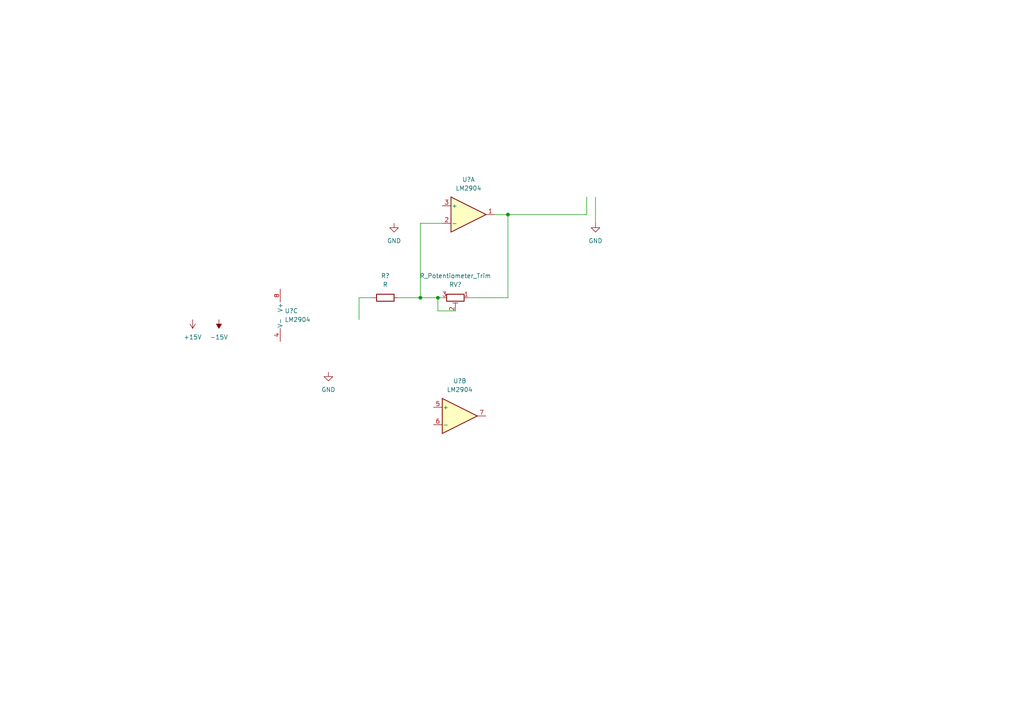
<source format=kicad_sch>
(kicad_sch (version 20211123) (generator eeschema)

  (uuid 9538e4ed-27e6-4c37-b989-9859dc0d49e8)

  (paper "A4")

  (lib_symbols
    (symbol "Amplifier_Operational:LM2904" (pin_names (offset 0.127)) (in_bom yes) (on_board yes)
      (property "Reference" "U" (id 0) (at 0 5.08 0)
        (effects (font (size 1.27 1.27)) (justify left))
      )
      (property "Value" "LM2904" (id 1) (at 0 -5.08 0)
        (effects (font (size 1.27 1.27)) (justify left))
      )
      (property "Footprint" "" (id 2) (at 0 0 0)
        (effects (font (size 1.27 1.27)) hide)
      )
      (property "Datasheet" "http://www.ti.com/lit/ds/symlink/lm358.pdf" (id 3) (at 0 0 0)
        (effects (font (size 1.27 1.27)) hide)
      )
      (property "ki_locked" "" (id 4) (at 0 0 0)
        (effects (font (size 1.27 1.27)))
      )
      (property "ki_keywords" "dual opamp" (id 5) (at 0 0 0)
        (effects (font (size 1.27 1.27)) hide)
      )
      (property "ki_description" "Dual Operational Amplifiers, DIP-8/SOIC-8/TSSOP-8/VSSOP-8" (id 6) (at 0 0 0)
        (effects (font (size 1.27 1.27)) hide)
      )
      (property "ki_fp_filters" "SOIC*3.9x4.9mm*P1.27mm* DIP*W7.62mm* TO*99* OnSemi*Micro8* TSSOP*3x3mm*P0.65mm* TSSOP*4.4x3mm*P0.65mm* MSOP*3x3mm*P0.65mm* SSOP*3.9x4.9mm*P0.635mm* LFCSP*2x2mm*P0.5mm* *SIP* SOIC*5.3x6.2mm*P1.27mm*" (id 7) (at 0 0 0)
        (effects (font (size 1.27 1.27)) hide)
      )
      (symbol "LM2904_1_1"
        (polyline
          (pts
            (xy -5.08 5.08)
            (xy 5.08 0)
            (xy -5.08 -5.08)
            (xy -5.08 5.08)
          )
          (stroke (width 0.254) (type default) (color 0 0 0 0))
          (fill (type background))
        )
        (pin output line (at 7.62 0 180) (length 2.54)
          (name "~" (effects (font (size 1.27 1.27))))
          (number "1" (effects (font (size 1.27 1.27))))
        )
        (pin input line (at -7.62 -2.54 0) (length 2.54)
          (name "-" (effects (font (size 1.27 1.27))))
          (number "2" (effects (font (size 1.27 1.27))))
        )
        (pin input line (at -7.62 2.54 0) (length 2.54)
          (name "+" (effects (font (size 1.27 1.27))))
          (number "3" (effects (font (size 1.27 1.27))))
        )
      )
      (symbol "LM2904_2_1"
        (polyline
          (pts
            (xy -5.08 5.08)
            (xy 5.08 0)
            (xy -5.08 -5.08)
            (xy -5.08 5.08)
          )
          (stroke (width 0.254) (type default) (color 0 0 0 0))
          (fill (type background))
        )
        (pin input line (at -7.62 2.54 0) (length 2.54)
          (name "+" (effects (font (size 1.27 1.27))))
          (number "5" (effects (font (size 1.27 1.27))))
        )
        (pin input line (at -7.62 -2.54 0) (length 2.54)
          (name "-" (effects (font (size 1.27 1.27))))
          (number "6" (effects (font (size 1.27 1.27))))
        )
        (pin output line (at 7.62 0 180) (length 2.54)
          (name "~" (effects (font (size 1.27 1.27))))
          (number "7" (effects (font (size 1.27 1.27))))
        )
      )
      (symbol "LM2904_3_1"
        (pin power_in line (at -2.54 -7.62 90) (length 3.81)
          (name "V-" (effects (font (size 1.27 1.27))))
          (number "4" (effects (font (size 1.27 1.27))))
        )
        (pin power_in line (at -2.54 7.62 270) (length 3.81)
          (name "V+" (effects (font (size 1.27 1.27))))
          (number "8" (effects (font (size 1.27 1.27))))
        )
      )
    )
    (symbol "Device:R" (pin_numbers hide) (pin_names (offset 0)) (in_bom yes) (on_board yes)
      (property "Reference" "R" (id 0) (at 2.032 0 90)
        (effects (font (size 1.27 1.27)))
      )
      (property "Value" "R" (id 1) (at 0 0 90)
        (effects (font (size 1.27 1.27)))
      )
      (property "Footprint" "" (id 2) (at -1.778 0 90)
        (effects (font (size 1.27 1.27)) hide)
      )
      (property "Datasheet" "~" (id 3) (at 0 0 0)
        (effects (font (size 1.27 1.27)) hide)
      )
      (property "ki_keywords" "R res resistor" (id 4) (at 0 0 0)
        (effects (font (size 1.27 1.27)) hide)
      )
      (property "ki_description" "Resistor" (id 5) (at 0 0 0)
        (effects (font (size 1.27 1.27)) hide)
      )
      (property "ki_fp_filters" "R_*" (id 6) (at 0 0 0)
        (effects (font (size 1.27 1.27)) hide)
      )
      (symbol "R_0_1"
        (rectangle (start -1.016 -2.54) (end 1.016 2.54)
          (stroke (width 0.254) (type default) (color 0 0 0 0))
          (fill (type none))
        )
      )
      (symbol "R_1_1"
        (pin passive line (at 0 3.81 270) (length 1.27)
          (name "~" (effects (font (size 1.27 1.27))))
          (number "1" (effects (font (size 1.27 1.27))))
        )
        (pin passive line (at 0 -3.81 90) (length 1.27)
          (name "~" (effects (font (size 1.27 1.27))))
          (number "2" (effects (font (size 1.27 1.27))))
        )
      )
    )
    (symbol "Device:R_Potentiometer_Trim" (pin_names (offset 1.016) hide) (in_bom yes) (on_board yes)
      (property "Reference" "RV" (id 0) (at -4.445 0 90)
        (effects (font (size 1.27 1.27)))
      )
      (property "Value" "R_Potentiometer_Trim" (id 1) (at -2.54 0 90)
        (effects (font (size 1.27 1.27)))
      )
      (property "Footprint" "" (id 2) (at 0 0 0)
        (effects (font (size 1.27 1.27)) hide)
      )
      (property "Datasheet" "~" (id 3) (at 0 0 0)
        (effects (font (size 1.27 1.27)) hide)
      )
      (property "ki_keywords" "resistor variable trimpot trimmer" (id 4) (at 0 0 0)
        (effects (font (size 1.27 1.27)) hide)
      )
      (property "ki_description" "Trim-potentiometer" (id 5) (at 0 0 0)
        (effects (font (size 1.27 1.27)) hide)
      )
      (property "ki_fp_filters" "Potentiometer*" (id 6) (at 0 0 0)
        (effects (font (size 1.27 1.27)) hide)
      )
      (symbol "R_Potentiometer_Trim_0_1"
        (polyline
          (pts
            (xy 1.524 0.762)
            (xy 1.524 -0.762)
          )
          (stroke (width 0) (type default) (color 0 0 0 0))
          (fill (type none))
        )
        (polyline
          (pts
            (xy 2.54 0)
            (xy 1.524 0)
          )
          (stroke (width 0) (type default) (color 0 0 0 0))
          (fill (type none))
        )
        (rectangle (start 1.016 2.54) (end -1.016 -2.54)
          (stroke (width 0.254) (type default) (color 0 0 0 0))
          (fill (type none))
        )
      )
      (symbol "R_Potentiometer_Trim_1_1"
        (pin passive line (at 0 3.81 270) (length 1.27)
          (name "1" (effects (font (size 1.27 1.27))))
          (number "1" (effects (font (size 1.27 1.27))))
        )
        (pin passive line (at 3.81 0 180) (length 1.27)
          (name "2" (effects (font (size 1.27 1.27))))
          (number "2" (effects (font (size 1.27 1.27))))
        )
        (pin passive line (at 0 -3.81 90) (length 1.27)
          (name "3" (effects (font (size 1.27 1.27))))
          (number "3" (effects (font (size 1.27 1.27))))
        )
      )
    )
    (symbol "power:+15V" (power) (pin_names (offset 0)) (in_bom yes) (on_board yes)
      (property "Reference" "#PWR" (id 0) (at 0 -3.81 0)
        (effects (font (size 1.27 1.27)) hide)
      )
      (property "Value" "+15V" (id 1) (at 0 3.556 0)
        (effects (font (size 1.27 1.27)))
      )
      (property "Footprint" "" (id 2) (at 0 0 0)
        (effects (font (size 1.27 1.27)) hide)
      )
      (property "Datasheet" "" (id 3) (at 0 0 0)
        (effects (font (size 1.27 1.27)) hide)
      )
      (property "ki_keywords" "power-flag" (id 4) (at 0 0 0)
        (effects (font (size 1.27 1.27)) hide)
      )
      (property "ki_description" "Power symbol creates a global label with name \"+15V\"" (id 5) (at 0 0 0)
        (effects (font (size 1.27 1.27)) hide)
      )
      (symbol "+15V_0_1"
        (polyline
          (pts
            (xy -0.762 1.27)
            (xy 0 2.54)
          )
          (stroke (width 0) (type default) (color 0 0 0 0))
          (fill (type none))
        )
        (polyline
          (pts
            (xy 0 0)
            (xy 0 2.54)
          )
          (stroke (width 0) (type default) (color 0 0 0 0))
          (fill (type none))
        )
        (polyline
          (pts
            (xy 0 2.54)
            (xy 0.762 1.27)
          )
          (stroke (width 0) (type default) (color 0 0 0 0))
          (fill (type none))
        )
      )
      (symbol "+15V_1_1"
        (pin power_in line (at 0 0 90) (length 0) hide
          (name "+15V" (effects (font (size 1.27 1.27))))
          (number "1" (effects (font (size 1.27 1.27))))
        )
      )
    )
    (symbol "power:-15V" (power) (pin_names (offset 0)) (in_bom yes) (on_board yes)
      (property "Reference" "#PWR" (id 0) (at 0 2.54 0)
        (effects (font (size 1.27 1.27)) hide)
      )
      (property "Value" "-15V" (id 1) (at 0 3.81 0)
        (effects (font (size 1.27 1.27)))
      )
      (property "Footprint" "" (id 2) (at 0 0 0)
        (effects (font (size 1.27 1.27)) hide)
      )
      (property "Datasheet" "" (id 3) (at 0 0 0)
        (effects (font (size 1.27 1.27)) hide)
      )
      (property "ki_keywords" "power-flag" (id 4) (at 0 0 0)
        (effects (font (size 1.27 1.27)) hide)
      )
      (property "ki_description" "Power symbol creates a global label with name \"-15V\"" (id 5) (at 0 0 0)
        (effects (font (size 1.27 1.27)) hide)
      )
      (symbol "-15V_0_0"
        (pin power_in line (at 0 0 90) (length 0) hide
          (name "-15V" (effects (font (size 1.27 1.27))))
          (number "1" (effects (font (size 1.27 1.27))))
        )
      )
      (symbol "-15V_0_1"
        (polyline
          (pts
            (xy 0 0)
            (xy 0 1.27)
            (xy 0.762 1.27)
            (xy 0 2.54)
            (xy -0.762 1.27)
            (xy 0 1.27)
          )
          (stroke (width 0) (type default) (color 0 0 0 0))
          (fill (type outline))
        )
      )
    )
    (symbol "power:GND" (power) (pin_names (offset 0)) (in_bom yes) (on_board yes)
      (property "Reference" "#PWR" (id 0) (at 0 -6.35 0)
        (effects (font (size 1.27 1.27)) hide)
      )
      (property "Value" "GND" (id 1) (at 0 -3.81 0)
        (effects (font (size 1.27 1.27)))
      )
      (property "Footprint" "" (id 2) (at 0 0 0)
        (effects (font (size 1.27 1.27)) hide)
      )
      (property "Datasheet" "" (id 3) (at 0 0 0)
        (effects (font (size 1.27 1.27)) hide)
      )
      (property "ki_keywords" "power-flag" (id 4) (at 0 0 0)
        (effects (font (size 1.27 1.27)) hide)
      )
      (property "ki_description" "Power symbol creates a global label with name \"GND\" , ground" (id 5) (at 0 0 0)
        (effects (font (size 1.27 1.27)) hide)
      )
      (symbol "GND_0_1"
        (polyline
          (pts
            (xy 0 0)
            (xy 0 -1.27)
            (xy 1.27 -1.27)
            (xy 0 -2.54)
            (xy -1.27 -1.27)
            (xy 0 -1.27)
          )
          (stroke (width 0) (type default) (color 0 0 0 0))
          (fill (type none))
        )
      )
      (symbol "GND_1_1"
        (pin power_in line (at 0 0 270) (length 0) hide
          (name "GND" (effects (font (size 1.27 1.27))))
          (number "1" (effects (font (size 1.27 1.27))))
        )
      )
    )
  )

  (junction (at 147.32 62.23) (diameter 0) (color 0 0 0 0)
    (uuid 10f0ad0a-5347-4cd8-9e8b-b551768717e1)
  )
  (junction (at 127 86.36) (diameter 0) (color 0 0 0 0)
    (uuid 33cbd54d-eee4-479f-8128-327183ca5777)
  )
  (junction (at 121.92 86.36) (diameter 0) (color 0 0 0 0)
    (uuid e1d7987f-dbb2-447d-8fe0-0cf1bc80f5df)
  )

  (wire (pts (xy 172.72 57.15) (xy 172.72 64.77))
    (stroke (width 0) (type default) (color 0 0 0 0))
    (uuid 1a55a6b1-0c28-4105-b80c-1cac2db4daa3)
  )
  (wire (pts (xy 147.32 62.23) (xy 170.18 62.23))
    (stroke (width 0) (type default) (color 0 0 0 0))
    (uuid 29430f3d-9924-4369-831b-b57c34329200)
  )
  (wire (pts (xy 128.27 64.77) (xy 121.92 64.77))
    (stroke (width 0) (type default) (color 0 0 0 0))
    (uuid 34c65b17-0eb7-4636-a589-ed48d719afa2)
  )
  (wire (pts (xy 127 86.36) (xy 128.27 86.36))
    (stroke (width 0) (type default) (color 0 0 0 0))
    (uuid 63644305-e601-46b8-83be-4663df222732)
  )
  (wire (pts (xy 107.95 86.36) (xy 104.14 86.36))
    (stroke (width 0) (type default) (color 0 0 0 0))
    (uuid 6be6bc81-1dd3-44a1-a51d-84f322fd1516)
  )
  (wire (pts (xy 147.32 62.23) (xy 147.32 86.36))
    (stroke (width 0) (type default) (color 0 0 0 0))
    (uuid 7543db5c-e69e-4b07-9335-6a49dd33db03)
  )
  (wire (pts (xy 121.92 86.36) (xy 127 86.36))
    (stroke (width 0) (type default) (color 0 0 0 0))
    (uuid 7876f78a-9f02-4f4c-94e9-30073256a9eb)
  )
  (wire (pts (xy 132.08 90.17) (xy 127 90.17))
    (stroke (width 0) (type default) (color 0 0 0 0))
    (uuid 92339c2b-3ab3-4046-b859-93ae1960b896)
  )
  (wire (pts (xy 115.57 86.36) (xy 121.92 86.36))
    (stroke (width 0) (type default) (color 0 0 0 0))
    (uuid a44538df-f769-4b2b-a116-55d49bc00328)
  )
  (wire (pts (xy 121.92 64.77) (xy 121.92 86.36))
    (stroke (width 0) (type default) (color 0 0 0 0))
    (uuid aced7e50-810e-4815-b166-034b559035c9)
  )
  (wire (pts (xy 170.18 57.15) (xy 170.18 62.23))
    (stroke (width 0) (type default) (color 0 0 0 0))
    (uuid c99bac27-4353-44e2-b151-78190cf0bfd6)
  )
  (wire (pts (xy 104.14 86.36) (xy 104.14 92.71))
    (stroke (width 0) (type default) (color 0 0 0 0))
    (uuid cdf301ef-3964-478d-be2a-ef4a338584be)
  )
  (wire (pts (xy 135.89 86.36) (xy 147.32 86.36))
    (stroke (width 0) (type default) (color 0 0 0 0))
    (uuid d50bd920-7f5e-401e-936b-b147e302ac00)
  )
  (wire (pts (xy 143.51 62.23) (xy 147.32 62.23))
    (stroke (width 0) (type default) (color 0 0 0 0))
    (uuid f4ab1169-48e3-4913-a376-f199b899cd61)
  )
  (wire (pts (xy 127 90.17) (xy 127 86.36))
    (stroke (width 0) (type default) (color 0 0 0 0))
    (uuid f6ed8e39-aa9e-4fdf-8a0d-7197bb626f9f)
  )

  (symbol (lib_id "power:+15V") (at 55.88 92.71 180) (unit 1)
    (in_bom yes) (on_board yes) (fields_autoplaced)
    (uuid 130033ac-3964-4ac7-b6aa-15e175b00c02)
    (property "Reference" "#PWR?" (id 0) (at 55.88 88.9 0)
      (effects (font (size 1.27 1.27)) hide)
    )
    (property "Value" "+15V" (id 1) (at 55.88 97.79 0))
    (property "Footprint" "" (id 2) (at 55.88 92.71 0)
      (effects (font (size 1.27 1.27)) hide)
    )
    (property "Datasheet" "" (id 3) (at 55.88 92.71 0)
      (effects (font (size 1.27 1.27)) hide)
    )
    (pin "1" (uuid 5e16b877-3e6a-46dd-a865-46b648570d3d))
  )

  (symbol (lib_id "Device:R") (at 111.76 86.36 90) (unit 1)
    (in_bom yes) (on_board yes) (fields_autoplaced)
    (uuid 2822bca8-30aa-4ab2-8bfe-35bd6bca2a80)
    (property "Reference" "R?" (id 0) (at 111.76 80.01 90))
    (property "Value" "R" (id 1) (at 111.76 82.55 90))
    (property "Footprint" "" (id 2) (at 111.76 88.138 90)
      (effects (font (size 1.27 1.27)) hide)
    )
    (property "Datasheet" "~" (id 3) (at 111.76 86.36 0)
      (effects (font (size 1.27 1.27)) hide)
    )
    (pin "1" (uuid 70f7c4f2-cb44-4b27-a2c8-ae5fbeceaa95))
    (pin "2" (uuid 6bb9413a-58a0-42a6-9775-749104cedd2f))
  )

  (symbol (lib_id "power:GND") (at 172.72 64.77 0) (unit 1)
    (in_bom yes) (on_board yes) (fields_autoplaced)
    (uuid 5e9bc911-d8a9-474c-8dad-4a4eb07d3833)
    (property "Reference" "#PWR?" (id 0) (at 172.72 71.12 0)
      (effects (font (size 1.27 1.27)) hide)
    )
    (property "Value" "GND" (id 1) (at 172.72 69.85 0))
    (property "Footprint" "" (id 2) (at 172.72 64.77 0)
      (effects (font (size 1.27 1.27)) hide)
    )
    (property "Datasheet" "" (id 3) (at 172.72 64.77 0)
      (effects (font (size 1.27 1.27)) hide)
    )
    (pin "1" (uuid 31770e7f-32b1-45bb-a492-7d715b566d2b))
  )

  (symbol (lib_id "power:GND") (at 114.3 64.77 0) (unit 1)
    (in_bom yes) (on_board yes) (fields_autoplaced)
    (uuid 8007f312-2c5f-4179-9d89-d222f4ad4846)
    (property "Reference" "#PWR?" (id 0) (at 114.3 71.12 0)
      (effects (font (size 1.27 1.27)) hide)
    )
    (property "Value" "GND" (id 1) (at 114.3 69.85 0))
    (property "Footprint" "" (id 2) (at 114.3 64.77 0)
      (effects (font (size 1.27 1.27)) hide)
    )
    (property "Datasheet" "" (id 3) (at 114.3 64.77 0)
      (effects (font (size 1.27 1.27)) hide)
    )
    (pin "1" (uuid 1a1dc396-04bc-4c1e-9c14-63c452701155))
  )

  (symbol (lib_id "Device:R_Potentiometer_Trim") (at 132.08 86.36 270) (unit 1)
    (in_bom yes) (on_board yes) (fields_autoplaced)
    (uuid 8d4c482b-c37a-47ca-8580-9a0af7f9dca1)
    (property "Reference" "RV?" (id 0) (at 132.08 82.55 90))
    (property "Value" "R_Potentiometer_Trim" (id 1) (at 132.08 80.01 90))
    (property "Footprint" "" (id 2) (at 132.08 86.36 0)
      (effects (font (size 1.27 1.27)) hide)
    )
    (property "Datasheet" "~" (id 3) (at 132.08 86.36 0)
      (effects (font (size 1.27 1.27)) hide)
    )
    (pin "1" (uuid 088528ed-9597-4a2f-884e-b077d4d99f3c))
    (pin "2" (uuid af222ede-15a1-480a-a68f-046c5727ab62))
    (pin "3" (uuid c8d33ae3-b1bb-425c-9632-1a5ff0a82f74))
  )

  (symbol (lib_id "Amplifier_Operational:LM2904") (at 83.82 91.44 0) (unit 3)
    (in_bom yes) (on_board yes) (fields_autoplaced)
    (uuid 918fa49b-2224-43e2-9764-492f82d84f4c)
    (property "Reference" "U?" (id 0) (at 82.55 90.1699 0)
      (effects (font (size 1.27 1.27)) (justify left))
    )
    (property "Value" "LM2904" (id 1) (at 82.55 92.7099 0)
      (effects (font (size 1.27 1.27)) (justify left))
    )
    (property "Footprint" "" (id 2) (at 83.82 91.44 0)
      (effects (font (size 1.27 1.27)) hide)
    )
    (property "Datasheet" "http://www.ti.com/lit/ds/symlink/lm358.pdf" (id 3) (at 83.82 91.44 0)
      (effects (font (size 1.27 1.27)) hide)
    )
    (pin "4" (uuid bd5bb38f-828b-4e46-a9d0-32f6a0673e05))
    (pin "8" (uuid fb7c4ac3-6a9f-458d-8ffa-900f85b842e9))
  )

  (symbol (lib_id "power:GND") (at 95.25 107.95 0) (unit 1)
    (in_bom yes) (on_board yes) (fields_autoplaced)
    (uuid bd57fed4-7d1d-46bd-aaad-dc347ada20e7)
    (property "Reference" "#PWR?" (id 0) (at 95.25 114.3 0)
      (effects (font (size 1.27 1.27)) hide)
    )
    (property "Value" "GND" (id 1) (at 95.25 113.03 0))
    (property "Footprint" "" (id 2) (at 95.25 107.95 0)
      (effects (font (size 1.27 1.27)) hide)
    )
    (property "Datasheet" "" (id 3) (at 95.25 107.95 0)
      (effects (font (size 1.27 1.27)) hide)
    )
    (pin "1" (uuid f4e92608-53ba-49a5-880c-443776c87820))
  )

  (symbol (lib_id "Amplifier_Operational:LM2904") (at 135.89 62.23 0) (unit 1)
    (in_bom yes) (on_board yes) (fields_autoplaced)
    (uuid df898859-dbc3-490a-8ee4-b0eb9fd23504)
    (property "Reference" "U?" (id 0) (at 135.89 52.07 0))
    (property "Value" "LM2904" (id 1) (at 135.89 54.61 0))
    (property "Footprint" "" (id 2) (at 135.89 62.23 0)
      (effects (font (size 1.27 1.27)) hide)
    )
    (property "Datasheet" "http://www.ti.com/lit/ds/symlink/lm358.pdf" (id 3) (at 135.89 62.23 0)
      (effects (font (size 1.27 1.27)) hide)
    )
    (pin "1" (uuid 973d9e33-7f28-487d-8f33-9356ece23598))
    (pin "2" (uuid c345ef05-e942-4337-9e60-4a5d5dfefda1))
    (pin "3" (uuid 62d70b7d-8ada-46ad-a877-332d748c2473))
  )

  (symbol (lib_id "power:-15V") (at 63.5 92.71 180) (unit 1)
    (in_bom yes) (on_board yes) (fields_autoplaced)
    (uuid e146d015-6705-4cde-abb1-6357687c3398)
    (property "Reference" "#PWR?" (id 0) (at 63.5 95.25 0)
      (effects (font (size 1.27 1.27)) hide)
    )
    (property "Value" "-15V" (id 1) (at 63.5 97.79 0))
    (property "Footprint" "" (id 2) (at 63.5 92.71 0)
      (effects (font (size 1.27 1.27)) hide)
    )
    (property "Datasheet" "" (id 3) (at 63.5 92.71 0)
      (effects (font (size 1.27 1.27)) hide)
    )
    (pin "1" (uuid 42afdd29-da65-415e-b23b-e6f57f644292))
  )

  (symbol (lib_id "Amplifier_Operational:LM2904") (at 133.35 120.65 0) (unit 2)
    (in_bom yes) (on_board yes) (fields_autoplaced)
    (uuid f4f8a9fe-a440-43ec-b602-e6d151d14e34)
    (property "Reference" "U?" (id 0) (at 133.35 110.49 0))
    (property "Value" "LM2904" (id 1) (at 133.35 113.03 0))
    (property "Footprint" "" (id 2) (at 133.35 120.65 0)
      (effects (font (size 1.27 1.27)) hide)
    )
    (property "Datasheet" "http://www.ti.com/lit/ds/symlink/lm358.pdf" (id 3) (at 133.35 120.65 0)
      (effects (font (size 1.27 1.27)) hide)
    )
    (pin "5" (uuid f39ee322-b7ff-468d-a341-b64f03d9b8e1))
    (pin "6" (uuid da064936-ce8a-4c47-91ce-34bbe8d019cc))
    (pin "7" (uuid 74be7cd9-3642-44f4-b063-b87f11464c7c))
  )

  (sheet_instances
    (path "/" (page "1"))
  )

  (symbol_instances
    (path "/130033ac-3964-4ac7-b6aa-15e175b00c02"
      (reference "#PWR?") (unit 1) (value "+15V") (footprint "")
    )
    (path "/5e9bc911-d8a9-474c-8dad-4a4eb07d3833"
      (reference "#PWR?") (unit 1) (value "GND") (footprint "")
    )
    (path "/8007f312-2c5f-4179-9d89-d222f4ad4846"
      (reference "#PWR?") (unit 1) (value "GND") (footprint "")
    )
    (path "/bd57fed4-7d1d-46bd-aaad-dc347ada20e7"
      (reference "#PWR?") (unit 1) (value "GND") (footprint "")
    )
    (path "/e146d015-6705-4cde-abb1-6357687c3398"
      (reference "#PWR?") (unit 1) (value "-15V") (footprint "")
    )
    (path "/2822bca8-30aa-4ab2-8bfe-35bd6bca2a80"
      (reference "R?") (unit 1) (value "R") (footprint "")
    )
    (path "/8d4c482b-c37a-47ca-8580-9a0af7f9dca1"
      (reference "RV?") (unit 1) (value "R_Potentiometer_Trim") (footprint "")
    )
    (path "/df898859-dbc3-490a-8ee4-b0eb9fd23504"
      (reference "U?") (unit 1) (value "LM2904") (footprint "")
    )
    (path "/f4f8a9fe-a440-43ec-b602-e6d151d14e34"
      (reference "U?") (unit 2) (value "LM2904") (footprint "")
    )
    (path "/918fa49b-2224-43e2-9764-492f82d84f4c"
      (reference "U?") (unit 3) (value "LM2904") (footprint "")
    )
  )
)

</source>
